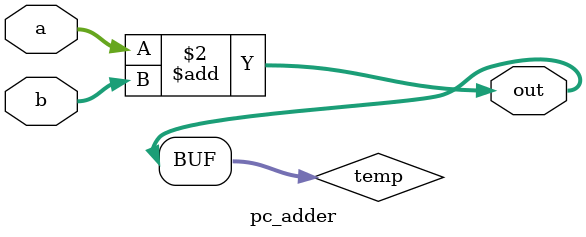
<source format=v>
module pc_adder(input [31:0] a, b, output [31:0] out);
	reg [31:0] temp;
	always @(*) begin
		temp = a + b;
	end
	assign out =  temp;
endmodule
</source>
